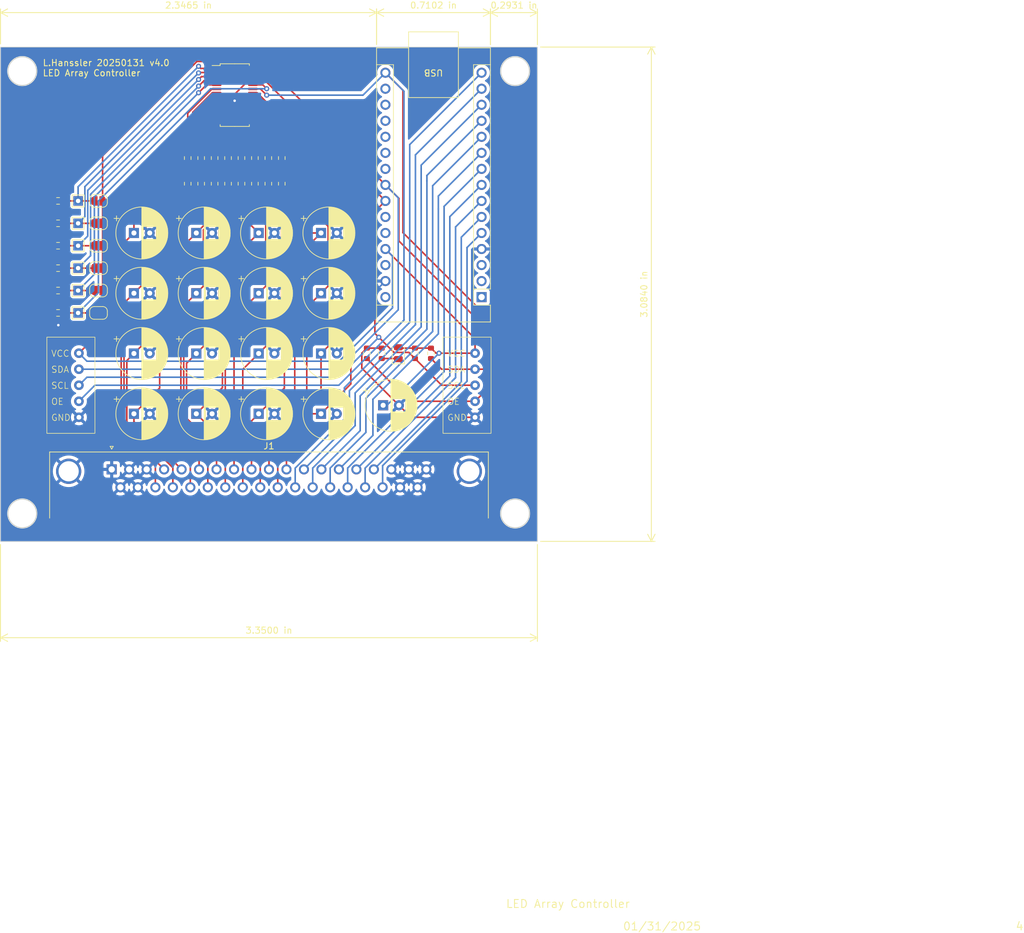
<source format=kicad_pcb>
(kicad_pcb (version 20221018) (generator pcbnew)
  (layers (0 "F.Cu" signal) (31 "B.Cu" signal) (34 "B.Paste" user) (35 "F.Paste" user) (36 "B.SilkS" user "B.Silkscreen") (37 "F.SilkS" user "F.Silkscreen") (38 "B.Mask" user) (39 "F.Mask" user) (44 "Edge.Cuts" user))
  (net 0 "")
  (net 2 "/P12")
  (net 4 "GND")
  (net 5 "/P6")
  (net 6 "/P7")
  (net 7 "/P8")
  (net 8 "/P9")
  (net 9 "/P10")
  (net 10 "/P11")
  (net 11 "/C0")
  (net 12 "/C1")
  (net 13 "/C2")
  (net 14 "/C3")
  (net 15 "/C4")
  (net 16 "/C5")
  (net 23 "/SDA")
  (net 24 "/SCL")
  (net 27 "VCC")
  (net 31 "/P2")
  (net 32 "/P3")
  (net 33 "/P4")
  (net 34 "/P5")
  (net 35 "/C6")
  (net 36 "/C7")
  (net 37 "/C8")
  (net 38 "/C9")
  (net 39 "/C10")
  (net 40 "/C11")
  (net 41 "/C12")
  (net 42 "/C13")
  (net 43 "/C14")
  (net 44 "/C15")
  (net 45 "Net-(U2-LED0)")
  (net 46 "Net-(U2-LED1)")
  (net 47 "Net-(U2-LED2)")
  (net 48 "Net-(U2-LED3)")
  (net 49 "Net-(U2-LED4)")
  (net 50 "Net-(U2-LED5)")
  (net 51 "Net-(U2-LED8)")
  (net 52 "Net-(U2-LED9)")
  (net 53 "Net-(LED1-K)")
  (net 54 "Net-(U2-LED10)")
  (net 55 "/A5")
  (net 56 "/A4")
  (net 57 "/A3")
  (net 58 "/A2")
  (net 59 "/A1")
  (net 60 "/A0")
  (net 61 "Net-(U2-LED11)")
  (net 62 "Net-(U2-LED12)")
  (net 63 "Net-(U2-LED13)")
  (net 64 "Net-(U2-LED14)")
  (net 65 "/OE")
  (net 66 "Net-(U2-LED15)")
  (net 67 "Net-(U2-LED6)")
  (net 68 "Net-(U2-LED7)")
  (footprint "TestPoint:TestPoint_THTPad_1.5x1.5mm_Drill0.7mm" (layer "F.Cu") (at 119.972381 88.755 180)
    (fp_text reference "TP3" hide)
    (fp_text value "TestPoint" hide)
  )
  (footprint "Capacitor_THT:CP_Radial_D8.0mm_P2.50mm" (layer "F.Cu") (at 148.588059 111.835)
    (fp_text reference "C2_11" hide)
    (fp_text value "0.1uF" hide)
  )
  (footprint "Resistor_SMD:R_0603_1608Metric" (layer "F.Cu") (at 116.797381 88.755)
    (fp_text reference "RG3" hide)
    (fp_text value "10K")
  )
  (footprint "Jumper:SolderJumper-2_P1.3mm_Open_RoundedPad1.0x1.5mm" (layer "F.Cu") (at 123.205 95.855 180)
    (fp_text reference "SJ5" hide)
    (fp_text value "SolderJumper_2_Open" hide)
  )
  (footprint "Connector_Dsub:DSUB-37_Male_Horizontal_P2.77x2.84mm_EdgePinOffset4.94mm_Housed_MountingHolesOffset7.48mm" (layer "F.Cu") (at 125.295 120.65)
    (fp_text reference "J1")
    (fp_text value "DC37_Plug_MountingHoles" hide)
  )
  (footprint "Capacitor_THT:CP_Radial_D8.0mm_P2.50mm" (layer "F.Cu") (at 158.471191 83.185)
    (fp_text reference "C2_12" hide)
    (fp_text value "0.1uF" hide)
  )
  (footprint "Resistor_SMD:R_0603_1608Metric" (layer "F.Cu") (at 165.735 102.255 90)
    (fp_text reference "ROE1" hide)
    (fp_text value locked "10K")
  )
  (footprint "TestPoint:TestPoint_THTPad_1.5x1.5mm_Drill0.7mm" (layer "F.Cu") (at 119.972381 78.105 180)
    (fp_text reference "TP0" hide)
    (fp_text value "TestPoint" hide)
  )
  (footprint "Capacitor_THT:CP_Radial_D8.0mm_P2.50mm" (layer "F.Cu") (at 128.821795 83.185)
    (fp_text reference "C2_0" hide)
    (fp_text value "0.1uF" hide)
  )
  (footprint "Module:Arduino_Nano" (layer "F.Cu") (at 183.915 93.345 180)
    (fp_text reference "A1" hide)
    (fp_text value "Arduino_Nano_Every")
  )
  (footprint "LED_SMD:LED_0805_2012Metric" (layer "F.Cu") (at 170.7225 102.235 90)
    (fp_text reference "LED1" hide)
    (fp_text value "LED")
  )
  (footprint "TestPoint:TestPoint_THTPad_1.5x1.5mm_Drill0.7mm" (layer "F.Cu") (at 119.972381 92.305 180)
    (fp_text reference "TP4" hide)
    (fp_text value "TestPoint" hide)
  )
  (footprint "Resistor_SMD:R_0603_1608Metric" (layer "F.Cu") (at 116.797381 85.205)
    (fp_text reference "RG2" hide)
    (fp_text value "10K")
  )
  (footprint "Capacitor_THT:CP_Radial_D8.0mm_P2.50mm" (layer "F.Cu") (at 148.588059 83.185)
    (fp_text reference "C2_8" hide)
    (fp_text value "0.1uF" hide)
  )
  (footprint "Capacitor_THT:CP_Radial_D8.0mm_P2.50mm" (layer "F.Cu") (at 148.588059 102.285)
    (fp_text reference "C2_10" hide)
    (fp_text value "0.1uF" hide)
  )
  (footprint "Resistor_SMD:R_0603_1608Metric" (layer "F.Cu") (at 116.797381 81.655)
    (fp_text reference "RG1" hide)
    (fp_text value "10K")
  )
  (footprint "Resistor_SMD:R_0603_1608Metric" (layer "F.Cu") (at 137.346144 75.375 -90)
    (fp_text reference "R1" hide)
    (fp_text value "1K" hide)
  )
  (footprint "TestPoint:TestPoint_THTPad_1.5x1.5mm_Drill0.7mm" (layer "F.Cu") (at 119.972381 95.855 180)
    (fp_text reference "TP5" hide)
    (fp_text value "TestPoint" hide)
  )
  (footprint "Capacitor_THT:CP_Radial_D8.0mm_P2.50mm" (layer "F.Cu") (at 128.821795 92.735)
    (fp_text reference "C2_1" hide)
    (fp_text value "0.1uF" hide)
  )
  (footprint "Resistor_SMD:R_0603_1608Metric" (layer "F.Cu") (at 143.734428 71.31 -90)
    (fp_text reference "R6" hide)
    (fp_text value "1K" hide)
  )
  (footprint "Resistor_SMD:R_0603_1608Metric" (layer "F.Cu") (at 141.605 75.375 -90)
    (fp_text reference "R5" hide)
    (fp_text value "1K" hide)
  )
  (footprint "Capacitor_THT:CP_Radial_D8.0mm_P2.50mm" (layer "F.Cu") (at 158.471191 102.285)
    (fp_text reference "C2_14" hide)
    (fp_text value "0.1uF" hide)
  )
  (footprint "Resistor_SMD:R_0603_1608Metric" (layer "F.Cu") (at 147.993284 75.375 -90)
    (fp_text reference "R11" hide)
    (fp_text value "1K" hide)
  )
  (footprint "Capacitor_THT:CP_Radial_D8.0mm_P2.50mm" (layer "F.Cu") (at 128.821795 102.285)
    (fp_text reference "C2_2" hide)
    (fp_text value "0.1uF" hide)
  )
  (footprint "Nano-Driver:Board_Connector" (layer "F.Cu") (at 182.88 107.315)
    (fp_text reference "U_Out1" hide)
    (fp_text value "~")
  )
  (footprint "Package_SO:TSSOP-28_4.4x9.7mm_P0.65mm" (layer "F.Cu") (at 144.799144 61.33)
    (fp_text reference "U2" hide)
    (fp_text value "PCA9685PW" hide)
  )
  (footprint "Resistor_SMD:R_0603_1608Metric" (layer "F.Cu") (at 137.346144 71.31 -90)
    (fp_text reference "R0" hide)
    (fp_text value "1K" hide)
  )
  (footprint "Resistor_SMD:R_0603_1608Metric" (layer "F.Cu") (at 116.797381 92.305)
    (fp_text reference "RG4" hide)
    (fp_text value "10K")
  )
  (footprint "Capacitor_THT:CP_Radial_D8.0mm_P2.50mm" (layer "F.Cu") (at 148.588059 92.735)
    (fp_text reference "C2_9" hide)
    (fp_text value "0.1uF" hide)
  )
  (footprint "Resistor_SMD:R_0603_1608Metric" (layer "F.Cu") (at 150.122712 75.375 -90)
    (fp_text reference "R13" hide)
    (fp_text value "1K" hide)
  )
  (footprint "Resistor_SMD:R_0603_1608Metric" (layer "F.Cu") (at 152.252144 71.31 -90)
    (fp_text reference "R14" hide)
    (fp_text value "1K" hide)
  )
  (footprint "Resistor_SMD:R_0603_1608Metric" (layer "F.Cu") (at 152.252144 75.375 -90)
    (fp_text reference "R15" hide)
    (fp_text value "1K" hide)
  )
  (footprint "Capacitor_THT:CP_Radial_D8.0mm_P2.50mm" (layer "F.Cu") (at 158.471191 92.735)
    (fp_text reference "C2_13" hide)
    (fp_text value "0.1uF" hide)
  )
  (footprint "Capacitor_THT:CP_Radial_D8.0mm_P2.50mm" (layer "F.Cu") (at 138.704927 111.835)
    (fp_text reference "C2_7" hide)
    (fp_text value "0.1uF" hide)
  )
  (footprint "TestPoint:TestPoint_THTPad_1.5x1.5mm_Drill0.7mm" (layer "F.Cu") (at 119.972381 81.655 180)
    (fp_text reference "TP1" hide)
    (fp_text value "TestPoint" hide)
  )
  (footprint "Capacitor_THT:CP_Radial_D8.0mm_P2.50mm" (layer "F.Cu") (at 168.315 110.49)
    (fp_text reference "C1" hide)
    (fp_text value "10uF")
  )
  (footprint "Capacitor_THT:CP_Radial_D8.0mm_P2.50mm" (layer "F.Cu") (at 138.704927 83.185)
    (fp_text reference "C2_4" hide)
    (fp_text value "0.1uF" hide)
  )
  (footprint "Resistor_SMD:R_0603_1608Metric" (layer "F.Cu") (at 116.797381 78.105)
    (fp_text reference "RG0" hide)
    (fp_text value "10K")
  )
  (footprint "Jumper:SolderJumper-2_P1.3mm_Open_RoundedPad1.0x1.5mm" (layer "F.Cu") (at 123.205 78.105 180)
    (fp_text reference "SJ0" hide)
    (fp_text value "SolderJumper_2_Open" hide)
  )
  (footprint "Capacitor_THT:CP_Radial_D8.0mm_P2.50mm" (layer "F.Cu") (at 158.471191 111.835)
    (fp_text reference "C2_15" hide)
    (fp_text value "0.1uF" hide)
  )
  (footprint "Resistor_SMD:R_0603_1608Metric" (layer "F.Cu") (at 168.09 102.255 90)
    (fp_text reference "RVCC1" hide)
    (fp_text value "470R")
  )
  (footprint "Nano-Driver:Board_Connector" (layer "F.Cu") (at 120.1 107.315)
    (fp_text reference "U_In1" hide)
    (fp_text value "~" hide)
  )
  (footprint "Capacitor_THT:CP_Radial_D8.0mm_P2.50mm" (layer "F.Cu") (at 138.704927 92.735)
    (fp_text reference "C2_5" hide)
    (fp_text value "0.1uF" hide)
  )
  (footprint "Resistor_SMD:R_0603_1608Metric" (layer "F.Cu") (at 141.605 71.31 -90)
    (fp_text reference "R4" hide)
    (fp_text value "1K" hide)
  )
  (footprint "Resistor_SMD:R_0603_1608Metric" (layer "F.Cu") (at 150.122712 71.31 -90)
    (fp_text reference "R12" hide)
    (fp_text value "1K" hide)
  )
  (footprint "Resistor_SMD:R_0603_1608Metric" (layer "F.Cu") (at 139.475572 75.375 -90)
    (fp_text reference "R3" hide)
    (fp_text value "1K" hide)
  )
  (footprint "Jumper:SolderJumper-2_P1.3mm_Open_RoundedPad1.0x1.5mm" (layer "F.Cu") (at 123.205 85.205 180)
    (fp_text reference "SJ2" hide)
    (fp_text value "SolderJumper_2_Open" hide)
  )
  (footprint "TestPoint:TestPoint_THTPad_1.5x1.5mm_Drill0.7mm" (layer "F.Cu") (at 119.972381 85.205 180)
    (fp_text reference "TP2" hide)
    (fp_text value "TestPoint" hide)
  )
  (footprint "Capacitor_THT:CP_Radial_D8.0mm_P2.50mm" (layer "F.Cu") (at 138.704927 102.285)
    (fp_text reference "C2_6" hide)
    (fp_text value "0.1uF" hide)
  )
  (footprint "Resistor_SMD:R_0603_1608Metric" (layer "F.Cu") (at 116.797381 95.855)
    (fp_text reference "RG5" hide)
    (fp_text value "10K")
  )
  (footprint "Resistor_SMD:R_0603_1608Metric" (layer "F.Cu") (at 175.895 102.255 90)
    (fp_text reference "R2SDA1" hide)
    (fp_text value "10K")
  )
  (footprint "Resistor_SMD:R_0603_1608Metric" (layer "F.Cu") (at 143.734428 75.375 -90)
    (fp_text reference "R7" hide)
    (fp_text value "1K" hide)
  )
  (footprint "Jumper:SolderJumper-2_P1.3mm_Open_RoundedPad1.0x1.5mm" (layer "F.Cu") (at 123.205 88.755 180)
    (fp_text reference "SJ3" hide)
    (fp_text value "SolderJumper_2_Open" hide)
  )
  (footprint "Resistor_SMD:R_0603_1608Metric" (layer "F.Cu") (at 147.993284 71.31 -90)
    (fp_text reference "R10" hide)
    (fp_text value "1K" hide)
  )
  (footprint "Jumper:SolderJumper-2_P1.3mm_Open_RoundedPad1.0x1.5mm" (layer "F.Cu") (at 123.205 92.305 180)
    (fp_text reference "SJ4" hide)
    (fp_text value "SolderJumper_2_Open" hide)
  )
  (footprint "Resistor_SMD:R_0603_1608Metric" (layer "F.Cu") (at 145.863856 75.375 -90)
    (fp_text reference "R9" hide)
    (fp_text value "1K" hide)
  )
  (footprint "Jumper:SolderJumper-2_P1.3mm_Open_RoundedPad1.0x1.5mm" (layer "F.Cu") (at 123.205 81.655 180)
    (fp_text reference "SJ1" hide)
    (fp_text value "SolderJumper_2_Open" hide)
  )
  (footprint "Resistor_SMD:R_0603_1608Metric" (layer "F.Cu") (at 139.475572 71.31 -90)
    (fp_text reference "R2" hide)
    (fp_text value "1K" hide)
  )
  (footprint "Resistor_SMD:R_0603_1608Metric" (layer "F.Cu") (at 145.863856 71.31 -90)
    (fp_text reference "R8" hide)
    (fp_text value "1K" hide)
  )
  (footprint "Capacitor_THT:CP_Radial_D8.0mm_P2.50mm" (layer "F.Cu") (at 128.821795 111.835)
    (fp_text reference "C2_3" hide)
    (fp_text value "0.1uF" hide)
  )
  (footprint "Resistor_SMD:R_0603_1608Metric" (layer "F.Cu") (at 173.355 102.255 90)
    (fp_text reference "R2SCL1" hide)
    (fp_text value "10K")
  )
  (gr_circle (center 111.125 127.635) (end 113.411 127.635) (stroke (width 0.2)) (fill none) (layer "Edge.Cuts"))
  (gr_circle (center 189.23 57.531) (end 191.516 57.531) (stroke (width 0.2)) (fill none) (layer "Edge.Cuts"))
  (gr_circle (center 189.23 127.635) (end 191.516 127.635) (stroke (width 0.2)) (fill none) (layer "Edge.Cuts"))
  (gr_rect (start 107.675 53.721) (end 192.765 132.08) (stroke (width 0.1)) (fill none) (layer "Edge.Cuts"))
  (gr_circle (center 111.125 57.531) (end 113.411 57.531) (stroke (width 0.2)) (fill none) (layer "Edge.Cuts"))
  (gr_text "01/31/2025" (at 206.248 193.802) (layer "F.SilkS") (effects (font (size 1.27 1.27)) (justify left bottom)))
  (gr_text "LED Array Controller" (at 187.706 190.246) (layer "F.SilkS") (effects (font (size 1.27 1.27)) (justify left bottom)))
  (gr_text "L.Hanssler 20250131 v4.0\nLED Array Controller" (at 114.3 58.42) (layer "F.SilkS") (effects (font (size 1 1)) (justify left bottom)))
  (gr_text "4" (at 268.478 193.802) (layer "F.SilkS") (effects (font (size 1.27 1.27)) (justify left bottom)))
  (dimension (type aligned) (layer "F.SilkS") (pts (xy 107.675 53.721) (xy 167.275 53.721)) (height -5.461) (gr_text "2.3465 in" (at 137.475 47.11) (layer "F.SilkS") (effects (font (size 1 1) (thickness 0.15)))) (format (prefix "") (suffix "") (units 0) (units_format 1) (precision 4)) (style (thickness 0.15) (arrow_length 1.27) (text_position_mode 0) (extension_height 0.58642) (extension_offset 0.5) keep_text_aligned))
  (dimension (type aligned) (layer "F.SilkS") (pts (xy 107.6706 132.0546) (xy 192.7606 132.0546)) (height 15.265399) (gr_text "3.3500 in" (at 150.2156 146.169999) (layer "F.SilkS") (effects (font (size 1 1) (thickness 0.15)))) (format (prefix "") (suffix "") (units 0) (units_format 1) (precision 4)) (style (thickness 0.15) (arrow_length 1.27) (text_position_mode 0) (extension_height 0.58642) (extension_offset 0.5) keep_text_aligned))
  (dimension (type aligned) (layer "F.SilkS") (pts (xy 185.315 53.845) (xy 192.7606 53.845)) (height -5.585) (gr_text "0.2931 in" (at 189.0378 47.11) (layer "F.SilkS") (effects (font (size 1 1) (thickness 0.15)))) (format (prefix "") (suffix "") (units 0) (units_format 1) (precision 4)) (style (thickness 0.15) (arrow_length 1.27) (text_position_mode 0) (extension_height 0.58642) (extension_offset 0.5) keep_text_aligned))
  (dimension (type aligned) (layer "F.SilkS") (pts (xy 192.765 53.721) (xy 192.765 132.0546)) (height -18.055) (gr_text "3.0840 in" (at 209.67 92.8878 90) (layer "F.SilkS") (effects (font (size 1 1) (thickness 0.15)))) (format (prefix "") (suffix "") (units 0) (units_format 1) (precision 4)) (style (thickness 0.15) (arrow_length 1.27) (text_position_mode 0) (extension_height 0.58642) (extension_offset 0.5) keep_text_aligned))
  (dimension (type aligned) (layer "F.SilkS") (pts (xy 167.275 53.845) (xy 185.315 53.845)) (height -5.585) (gr_text "0.7102 in" (at 176.295 47.11) (layer "F.SilkS") (effects (font (size 1 1) (thickness 0.15)))) (format (prefix "") (suffix "") (units 0) (units_format 1) (precision 4)) (style (thickness 0.15) (arrow_length 1.27) (text_position_mode 0) (extension_height 0.58642) (extension_offset 0.5) keep_text_aligned))
  (segment (start 162.177005 107.697995) (end 172.085 97.79) (width 0.25) (layer "B.Cu") (net 2))
  (segment (start 154.38 120.444009) (end 162.177005 112.647005) (width 0.25) (layer "B.Cu") (net 2))
  (segment (start 172.525383 97.349617) (end 172.085 97.79) (width 0.25) (layer "B.Cu") (net 2))
  (segment (start 154.38 123.49) (end 154.38 120.444009) (width 0.25) (layer "B.Cu") (net 2))
  (segment (start 183.915 57.785) (end 172.525383 69.174617) (width 0.25) (layer "B.Cu") (net 2))
  (segment (start 162.177005 112.647005) (end 162.177005 107.697995) (width 0.25) (layer "B.Cu") (net 2))
  (segment (start 172.525383 69.174617) (end 172.525383 97.349617) (width 0.25) (layer "B.Cu") (net 2))
  (segment (start 115.972381 78.105) (end 115.972381 81.655) (width 0.25) (layer "F.Cu") (net 4))
  (segment (start 165.735 101.43) (end 164.935 102.23) (width 0.25) (layer "F.Cu") (net 4))
  (segment (start 115.972381 96.922381) (end 116.84 97.79) (width 0.25) (layer "F.Cu") (net 4))
  (segment (start 164.935 102.23) (end 164.935 104.61) (width 0.25) (layer "F.Cu") (net 4))
  (segment (start 142.674143 65.555) (end 144.78 63.449143) (width 0.25) (layer "F.Cu") (net 4))
  (segment (start 172.72 112.395) (end 170.815 110.49) (width 0.25) (layer "F.Cu") (net 4))
  (segment (start 115.972381 92.305) (end 115.972381 95.855) (width 0.25) (layer "F.Cu") (net 4))
  (segment (start 144.78 62.23) (end 144.78 61.199145) (width 0.25) (layer "F.Cu") (net 4))
  (segment (start 115.972381 85.205) (end 115.972381 88.755) (width 0.25) (layer "F.Cu") (net 4))
  (segment (start 182.88 112.395) (end 172.72 112.395) (width 0.25) (layer "F.Cu") (net 4))
  (segment (start 115.972381 88.755) (end 115.972381 92.305) (width 0.25) (layer "F.Cu") (net 4))
  (segment (start 115.972381 95.855) (end 115.972381 96.922381) (width 0.25) (layer "F.Cu") (net 4))
  (segment (start 144.78 61.199145) (end 146.924145 59.055) (width 0.25) (layer "F.Cu") (net 4))
  (segment (start 141.936644 65.555) (end 142.674143 65.555) (width 0.25) (layer "F.Cu") (net 4))
  (segment (start 164.935 104.61) (end 170.815 110.49) (width 0.25) (layer "F.Cu") (net 4))
  (segment (start 115.972381 81.655) (end 115.972381 85.205) (width 0.25) (layer "F.Cu") (net 4))
  (segment (start 144.78 63.449143) (end 144.78 62.23) (width 0.25) (layer "F.Cu") (net 4))
  (segment (start 165.735 101.43) (end 168.09 101.43) (width 0.25) (layer "F.Cu") (net 4))
  (segment (start 146.924145 59.055) (end 147.661644 59.055) (width 0.25) (layer "F.Cu") (net 4))
  (via (at 116.84 97.79) (size 0.8) (drill 0.4) (layers "F.Cu" "B.Cu") (net 4))
  (via (at 144.78 62.23) (size 0.8) (drill 0.4) (layers "F.Cu" "B.Cu") (net 4))
  (segment (start 168.675 90.805) (end 160.971191 98.508809) (width 0.25) (layer "B.Cu") (net 4))
  (segment (start 160.971191 98.508809) (end 160.971191 102.285) (width 0.25) (layer "B.Cu") (net 4))
  (segment (start 162.69 123.49) (end 162.69 120.444009) (width 0.25) (layer "B.Cu") (net 5))
  (segment (start 183.915 73.025) (end 177.976149 78.963851) (width 0.25) (layer "B.Cu") (net 5))
  (segment (start 177.976149 78.963851) (end 177.976149 105.157859) (width 0.25) (layer "B.Cu") (net 5))
  (segment (start 162.69 120.444009) (end 177.762004 105.372004) (width 0.25) (layer "B.Cu") (net 5))
  (segment (start 177.976149 105.157859) (end 177.762004 105.372004) (width 0.25) (layer "B.Cu") (net 5))
  (segment (start 166.695 115.26) (end 166.695 109.53) (width 0.25) (layer "B.Cu") (net 6))
  (segment (start 161.305 120.65) (end 166.695 115.26) (width 0.25) (layer "B.Cu") (net 6))
  (segment (start 183.915 70.485) (end 177.067688 77.332312) (width 0.25) (layer "B.Cu") (net 6))
  (segment (start 177.067688 79.375) (end 177.067688 99.157312) (width 0.25) (layer "B.Cu") (net 6))
  (segment (start 166.695 109.53) (end 176.8475 99.3775) (width 0.25) (layer "B.Cu") (net 6))
  (segment (start 177.067688 77.332312) (end 177.067688 79.375) (width 0.25) (layer "B.Cu") (net 6))
  (segment (start 177.067688 99.157312) (end 176.8475 99.3775) (width 0.25) (layer "B.Cu") (net 6))
  (segment (start 176.159227 98.795773) (end 175.895 99.06) (width 0.25) (layer "B.Cu") (net 7))
  (segment (start 159.92 120.444009) (end 165.582004 114.782004) (width 0.25) (layer "B.Cu") (net 7))
  (segment (start 176.159227 75.700773) (end 176.159227 76.2) (width 0.25) (layer "B.Cu") (net 7))
  (segment (start 165.582004 109.372996) (end 175.895 99.06) (width 0.25) (layer "B.Cu") (net 7))
  (segment (start 165.582004 114.782004) (end 165.582004 109.372996) (width 0.25) (layer "B.Cu") (net 7))
  (segment (start 183.915 67.945) (end 176.159227 75.700773) (width 0.25) (layer "B.Cu") (net 7))
  (segment (start 176.159227 76.2) (end 176.159227 98.795773) (width 0.25) (layer "B.Cu") (net 7))
  (segment (start 159.92 123.49) (end 159.92 120.444009) (width 0.25) (layer "B.Cu") (net 7))
  (segment (start 175.250766 98.434234) (end 174.625 99.06) (width 0.25) (layer "B.Cu") (net 8))
  (segment (start 158.535 120.65) (end 164.675 114.51) (width 0.25) (layer "B.Cu") (net 8))
  (segment (start 164.675 114.51) (end 164.675 109.01) (width 0.25) (layer "B.Cu") (net 8))
  (segment (start 183.915 65.405) (end 175.250766 74.069234) (width 0.25) (layer "B.Cu") (net 8))
  (segment (start 175.250766 74.069234) (end 175.250766 74.93) (width 0.25) (layer "B.Cu") (net 8))
  (segment (start 175.250766 74.93) (end 175.250766 98.434234) (width 0.25) (layer "B.Cu") (net 8))
  (segment (start 164.675 109.01) (end 174.625 99.06) (width 0.25) (layer "B.Cu") (net 8))
  (segment (start 174.342305 73.025) (end 174.342305 98.072695) (width 0.25) (layer "B.Cu") (net 9))
  (segment (start 157.15 123.49) (end 157.15 120.444009) (width 0.25) (layer "B.Cu") (net 9))
  (segment (start 174.342305 72.437695) (end 174.342305 73.025) (width 0.25) (layer "B.Cu") (net 9))
  (segment (start 174.342305 98.072695) (end 173.99 98.425) (width 0.25) (layer "B.Cu") (net 9))
  (segment (start 163.879505 113.714505) (end 163.879505 108.535495) (width 0.25) (layer "B.Cu") (net 9))
  (segment (start 183.915 62.865) (end 174.342305 72.437695) (width 0.25) (layer "B.Cu") (net 9))
  (segment (start 157.15 120.444009) (end 163.879505 113.714505) (width 0.25) (layer "B.Cu") (net 9))
  (segment (start 163.879505 108.535495) (end 173.99 98.425) (width 0.25) (layer "B.Cu") (net 9))
  (segment (start 183.915 60.325) (end 173.433844 70.806156) (width 0.25) (layer "B.Cu") (net 10))
  (segment (start 155.765 120.65) (end 162.9725 113.4425) (width 0.25) (layer "B.Cu") (net 10))
  (segment (start 162.9725 108.1725) (end 173.0375 98.1075) (width 0.25) (layer "B.Cu") (net 10))
  (segment (start 173.433844 70.806156) (end 173.433844 97.711156) (width 0.25) (layer "B.Cu") (net 10))
  (segment (start 173.433844 97.711156) (end 173.0375 98.1075) (width 0.25) (layer "B.Cu") (net 10))
  (segment (start 162.9725 113.4425) (end 162.9725 108.1725) (width 0.25) (layer "B.Cu") (net 10))
  (segment (start 128.821795 80.659349) (end 137.346144 72.135) (width 0.25) (layer "F.Cu") (net 11))
  (segment (start 132.22 120.155) (end 132.22 123.49) (width 0.25) (layer "F.Cu") (net 11))
  (segment (start 128.821795 83.185) (end 128.821795 80.659349) (width 0.25) (layer "F.Cu") (net 11))
  (segment (start 128.821795 83.185) (end 126.796795 85.21) (width 0.25) (layer "F.Cu") (net 11))
  (segment (start 126.796795 114.731795) (end 132.22 120.155) (width 0.25) (layer "F.Cu") (net 11))
  (segment (start 126.796795 85.21) (end 126.796795 114.731795) (width 0.25) (layer "F.Cu") (net 11))
  (segment (start 128.821795 92.735) (end 127.246795 94.31) (width 0.25) (layer "F.Cu") (net 12))
  (segment (start 127.246795 114.291795) (end 133.605 120.65) (width 0.25) (layer "F.Cu") (net 12))
  (segment (start 128.821795 92.735) (end 130.196795 91.36) (width 0.25) (layer "F.Cu") (net 12))
  (segment (start 136.715804 76.2) (end 137.346144 76.2) (width 0.25) (layer "F.Cu") (net 12))
  (segment (start 127.246795 94.31) (end 127.246795 114.291795) (width 0.25) (layer "F.Cu") (net 12))
  (segment (start 130.196795 82.719009) (end 136.715804 76.2) (width 0.25) (layer "F.Cu") (net 12))
  (segment (start 130.196795 91.36) (end 130.196795 82.719009) (width 0.25) (layer "F.Cu") (net 12))
  (segment (start 138.675572 76.093576) (end 138.675572 72.935) (width 0.25) (layer "F.Cu") (net 13))
  (segment (start 138.675572 72.935) (end 139.475572 72.135) (width 0.25) (layer "F.Cu") (net 13))
  (segment (start 132.446795 98.66) (end 132.446795 82.322353) (width 0.25) (layer "F.Cu") (net 13))
  (segment (start 128.821795 102.285) (end 127.696795 103.41) (width 0.25) (layer "F.Cu") (net 13))
  (segment (start 128.821795 102.285) (end 132.446795 98.66) (width 0.25) (layer "F.Cu") (net 13))
  (segment (start 127.696795 113.096795) (end 134.99 120.39) (width 0.25) (layer "F.Cu") (net 13))
  (segment (start 132.446795 82.322353) (end 138.675572 76.093576) (width 0.25) (layer "F.Cu") (net 13))
  (segment (start 127.696795 103.41) (end 127.696795 113.096795) (width 0.25) (layer "F.Cu") (net 13))
  (segment (start 134.99 120.39) (end 134.99 123.49) (width 0.25) (layer "F.Cu") (net 13))
  (segment (start 128.821795 113.096795) (end 136.375 120.65) (width 0.25) (layer "F.Cu") (net 14))
  (segment (start 128.821795 111.835) (end 128.821795 113.096795) (width 0.25) (layer "F.Cu") (net 14))
  (segment (start 132.896795 107.76) (end 132.896795 82.778777) (width 0.25) (layer "F.Cu") (net 14))
  (segment (start 128.821795 111.835) (end 132.896795 107.76) (width 0.25) (layer "F.Cu") (net 14))
  (segment (start 132.896795 82.778777) (end 139.475572 76.2) (width 0.25) (layer "F.Cu") (net 14))
  (segment (start 138.704927 83.185) (end 140.805 81.084927) (width 0.25) (layer "F.Cu") (net 15))
  (segment (start 140.805 72.935) (end 141.605 72.135) (width 0.25) (layer "F.Cu") (net 15))
  (segment (start 136.26 85.629927) (end 138.704927 83.185) (width 0.25) (layer "F.Cu") (net 15))
  (segment (start 137.76 114.412865) (end 136.26 112.912865) (width 0.25) (layer "F.Cu") (net 15))
  (segment (start 136.26 112.912865) (end 136.26 85.629927) (width 0.25) (layer "F.Cu") (net 15))
  (segment (start 140.805 81.084927) (end 140.805 72.935) (width 0.25) (layer "F.Cu") (net 15))
  (segment (start 137.76 123.49) (end 137.76 114.412865) (width 0.25) (layer "F.Cu") (net 15))
  (segment (start 139.829927 91.61) (end 139.829927 82.696396) (width 0.25) (layer "F.Cu") (net 16))
  (segment (start 139.145 120.65) (end 139.145 115.161469) (width 0.25) (layer "F.Cu") (net 16))
  (segment (start 136.71 94.729927) (end 138.704927 92.735) (width 0.25) (layer "F.Cu") (net 16))
  (segment (start 139.145 115.161469) (end 136.71 112.726469) (width 0.25) (layer "F.Cu") (net 16))
  (segment (start 138.704927 92.735) (end 139.829927 91.61) (width 0.25) (layer "F.Cu") (net 16))
  (segment (start 141.605 80.921323) (end 141.605 76.2) (width 0.25) (layer "F.Cu") (net 16))
  (segment (start 139.829927 82.696396) (end 141.605 80.921323) (width 0.25) (layer "F.Cu") (net 16))
  (segment (start 136.71 112.726469) (end 136.71 94.729927) (width 0.25) (layer "F.Cu") (net 16))
  (segment (start 150.865 57.755) (end 168.675 75.565) (width 0.25) (layer "F.Cu") (net 23))
  (segment (start 185.42 103.505) (end 185.42 99.06) (width 0.25) (layer "F.Cu") (net 23))
  (segment (start 185.42 99.06) (end 170.815 84.455) (width 0.25) (layer "F.Cu") (net 23))
  (segment (start 170.815 77.705) (end 168.675 75.565) (width 0.25) (layer "F.Cu") (net 23))
  (segment (start 177.59 104.775) (end 175.895 103.08) (width 0.25) (layer "F.Cu") (net 23))
  (segment (start 182.88 104.775) (end 177.59 104.775) (width 0.25) (layer "F.Cu") (net 23))
  (segment (start 182.88 104.775) (end 184.15 104.775) (width 0.25) (layer "F.Cu") (net 23))
  (segment (start 147.661644 57.755) (end 150.865 57.755) (width 0.25) (layer "F.Cu") (net 23))
  (segment (start 170.815 84.455) (end 170.815 77.705) (width 0.25) (layer "F.Cu") (net 23))
  (segment (start 184.15 104.775) (end 185.42 103.505) (width 0.25) (layer "F.Cu") (net 23))
  (segment (start 161.29 104.775) (end 170.708461 95.356539) (width 0.25) (layer "B.Cu") (net 23))
  (segment (start 120.1 104.775) (end 161.29 104.775) (width 0.25) (layer "B.Cu") (net 23))
  (segment (start 170.708461 77.598461) (end 168.675 75.565) (width 0.25) (layer "B.Cu") (net 23))
  (segment (start 170.708461 95.356539) (end 170.708461 77.598461) (width 0.25) (layer "B.Cu") (net 23))
  (segment (start 182.88 107.315) (end 177.59 107.315) (width 0.25) (layer "F.Cu") (net 24))
  (segment (start 167.005 99.091088) (end 167.005 79.775) (width 0.25) (layer "F.Cu") (net 24))
  (segment (start 177.59 107.315) (end 173.355 103.08) (width 0.25) (layer "F.Cu") (net 24))
  (segment (start 147.661644 58.405) (end 148.975 58.405) (width 0.25) (layer "F.Cu") (net 24))
  (segment (start 172.385 102.11) (end 170.023912 102.11) (width 0.25) (layer "F.Cu") (net 24))
  (segment (start 167.624456 99.710544) (end 167.005 99.091088) (width 0.25) (layer "F.Cu") (net 24))
  (segment (start 167.005 79.775) (end 168.675 78.105) (width 0.25) (layer "F.Cu") (net 24))
  (segment (start 148.975 58.405) (end 168.675 78.105) (width 0.25) (layer "F.Cu") (net 24))
  (segment (start 170.023912 102.11) (end 167.624456 99.710544) (width 0.25) (layer "F.Cu") (net 24))
  (segment (start 173.355 103.08) (end 172.385 102.11) (width 0.25) (layer "F.Cu") (net 24))
  (via (at 167.624456 99.710544) (size 0.8) (drill 0.4) (layers "F.Cu" "B.Cu") (net 24))
  (segment (start 120.1 107.315) (end 121.37 106.045) (width 0.25) (layer "B.Cu") (net 24))
  (segment (start 121.37 106.045) (end 161.29 106.045) (width 0.25) (layer "B.Cu") (net 24))
  (segment (start 161.29 106.045) (end 167.624456 99.710544) (width 0.25) (layer "B.Cu") (net 24))
  (segment (start 175.895 101.43) (end 173.355 101.43) (width 0.25) (layer "F.Cu") (net 27))
  (segment (start 123.855 81.655) (end 123.855 85.205) (width 0.25) (layer "F.Cu") (net 27))
  (segment (start 123.855 95.855) (end 123.855 98.48) (width 0.25) (layer "F.Cu") (net 27))
  (segment (start 123.855 85.205) (end 123.855 88.755) (width 0.25) (layer "F.Cu") (net 27))
  (segment (start 146.563644 56.007) (end 147.661644 57.105) (width 0.25) (layer "F.Cu") (net 27))
  (segment (start 168.675 85.725) (end 182.88 99.93) (width 0.25) (layer "F.Cu") (net 27))
  (segment (start 177.165 102.235) (end 176.7 102.235) (width 0.25) (layer "F.Cu") (net 27))
  (segment (start 173.355 101.43) (end 170.855 101.43) (width 0.25) (layer "F.Cu") (net 27))
  (segment (start 170.855 101.43) (end 170.7225 101.2975) (width 0.25) (layer "F.Cu") (net 27))
  (segment (start 182.88 102.235) (end 177.165 102.235) (width 0.25) (layer "F.Cu") (net 27))
  (segment (start 176.7 102.235) (end 175.895 101.43) (width 0.25) (layer "F.Cu") (net 27))
  (segment (start 123.855 70.953695) (end 138.801695 56.007) (width 0.25) (layer "F.Cu") (net 27))
  (segment (start 123.855 78.105) (end 123.855 81.655) (width 0.25) (layer "F.Cu") (net 27))
  (segment (start 123.855 98.48) (end 120.1 102.235) (width 0.25) (layer "F.Cu") (net 27))
  (segment (start 138.801695 56.007) (end 146.563644 56.007) (width 0.25) (layer "F.Cu") (net 27))
  (segment (start 123.855 92.305) (end 123.855 95.855) (width 0.25) (layer "F.Cu") (net 27))
  (segment (start 123.855 78.105) (end 123.855 70.953695) (width 0.25) (layer "F.Cu") (net 27))
  (segment (start 182.88 99.93) (end 182.88 102.235) (width 0.25) (layer "F.Cu") (net 27))
  (segment (start 123.855 88.755) (end 123.855 92.305) (width 0.25) (layer "F.Cu") (net 27))
  (via (at 177.165 102.235) (size 0.8) (drill 0.4) (layers "F.Cu" "B.Cu") (net 27))
  (segment (start 120.1 102.235) (end 121.37 103.505) (width 0.25) (layer "B.Cu") (net 27))
  (segment (start 169.8 86.85) (end 168.675 85.725) (width 0.25) (layer "B.Cu") (net 27))
  (segment (start 121.37 103.505) (end 161.342182 103.505) (width 0.25) (layer "B.Cu") (net 27))
  (segment (start 168.91 110.49) (end 177.165 102.235) (width 0.25) (layer "B.Cu") (net 27))
  (segment (start 161.342182 103.505) (end 169.8 95.047182) (width 0.25) (layer "B.Cu") (net 27))
  (segment (start 168.315 110.49) (end 168.91 110.49) (width 0.25) (layer "B.Cu") (net 27))
  (segment (start 169.8 95.047182) (end 169.8 86.85) (width 0.25) (layer "B.Cu") (net 27))
  (segment (start 181.61 106.68) (end 181.61 85.49) (width 0.25) (layer "B.Cu") (net 31))
  (segment (start 181.61 85.49) (end 183.915 83.185) (width 0.25) (layer "B.Cu") (net 31))
  (segment (start 168.23 123.49) (end 168.23 120.06) (width 0.25) (layer "B.Cu") (net 31))
  (segment (start 168.23 120.06) (end 181.61 106.68) (width 0.25) (layer "B.Cu") (net 31))
  (segment (start 166.845 120.65) (end 180.701532 106.793468) (width 0.25) (layer "B.Cu") (net 32))
  (segment (start 181.175 83.385) (end 183.915 80.645) (width 0.25) (layer "B.Cu") (net 32))
  (segment (start 180.701532 83.858468) (end 181.175 83.385) (width 0.25) (layer "B.Cu") (net 32))
  (segment (start 180.701532 106.793468) (end 180.701532 83.858468) (width 0.25) (layer "B.Cu") (net 32))
  (segment (start 165.46 123.49) (end 165.46 120.444009) (width 0.25) (layer "B.Cu") (net 33))
  (segment (start 165.46 120.444009) (end 179.464504 106.439504) (width 0.25) (layer "B.Cu") (net 33))
  (segment (start 179.464504 106.439504) (end 179.793071 106.110937) (width 0.25) (layer "B.Cu") (net 33))
  (segment (start 180.8575 81.1625) (end 183.915 78.105) (width 0.25) (layer "B.Cu") (net 33))
  (segment (start 179.464504 106.439504) (end 179.705 106.199009) (width 0.25) (layer "B.Cu") (net 33))
  (segment (start 179.793071 106.110937) (end 179.793071 82.226929) (width 0.25) (layer "B.Cu") (net 33))
  (segment (start 179.793071 82.226929) (end 180.8575 81.1625) (width 0.25) (layer "B.Cu") (net 33))
  (segment (start 164.075 120.65) (end 178.88461 105.84039) (width 0.25) (layer "B.Cu") (net 34))
  (segment (start 178.88461 80.59539) (end 183.915 75.565) (width 0.25) (layer "B.Cu") (net 34))
  (segment (start 178.88461 105.84039) (end 178.88461 80.59539) (width 0.25) (layer "B.Cu") (net 34))
  (segment (start 142.934428 76.140572) (end 142.934428 72.935) (width 0.25) (layer "F.Cu") (net 35))
  (segment (start 137.16 103.829927) (end 138.704927 102.285) (width 0.25) (layer "F.Cu") (net 35))
  (segment (start 137.16 112.540073) (end 137.16 103.829927) (width 0.25) (layer "F.Cu") (net 35))
  (segment (start 142.329927 76.745073) (end 142.934428 76.140572) (width 0.25) (layer "F.Cu") (net 35))
  (segment (start 142.329927 98.66) (end 142.329927 76.745073) (width 0.25) (layer "F.Cu") (net 35))
  (segment (start 142.934428 72.935) (end 143.734428 72.135) (width 0.25) (layer "F.Cu") (net 35))
  (segment (start 140.53 123.49) (end 140.53 115.910073) (width 0.25) (layer "F.Cu") (net 35))
  (segment (start 138.704927 102.285) (end 142.329927 98.66) (width 0.25) (layer "F.Cu") (net 35))
  (segment (start 140.53 115.910073) (end 137.16 112.540073) (width 0.25) (layer "F.Cu") (net 35))
  (segment (start 142.85 107.689927) (end 142.85 77.084428) (width 0.25) (layer "F.Cu") (net 36))
  (segment (start 138.704927 111.835) (end 142.85 107.689927) (width 0.25) (layer "F.Cu") (net 36))
  (segment (start 142.85 77.084428) (end 143.734428 76.2) (width 0.25) (layer "F.Cu") (net 36))
  (segment (start 141.915 120.65) (end 141.915 115.045073) (width 0.25) (layer "F.Cu") (net 36))
  (segment (start 141.915 115.045073) (end 138.704927 111.835) (width 0.25) (layer "F.Cu") (net 36))
  (segment (start 143.3 123.49) (end 143.3 88.473059) (width 0.25) (layer "F.Cu") (net 37))
  (segment (start 143.3 88.473059) (end 148.588059 83.185) (width 0.25) (layer "F.Cu") (net 37))
  (segment (start 145.063856 79.660797) (end 145.063856 72.935) (width 0.25) (layer "F.Cu") (net 37))
  (segment (start 145.063856 72.935) (end 145.863856 72.135) (width 0.25) (layer "F.Cu") (net 37))
  (segment (start 148.588059 83.185) (end 145.063856 79.660797) (width 0.25) (layer "F.Cu") (net 37))
  (segment (start 149.713059 80.049203) (end 145.863856 76.2) (width 0.25) (layer "F.Cu") (net 38))
  (segment (start 149.713059 91.61) (end 149.713059 80.049203) (width 0.25) (layer "F.Cu") (net 38))
  (segment (start 148.588059 92.735) (end 149.713059 91.61) (width 0.25) (layer "F.Cu") (net 38))
  (segment (start 144.685 120.65) (end 144.685 96.638059) (width 0.25) (layer "F.Cu") (net 38))
  (segment (start 144.685 96.638059) (end 148.588059 92.735) (width 0.25) (layer "F.Cu") (net 38))
  (segment (start 148.588059 102.285) (end 152.213059 98.66) (width 0.25) (layer "F.Cu") (net 39))
  (segment (start 152.213059 81.642779) (end 147.193284 76.623004) (width 0.25) (layer "F.Cu") (net 39))
  (segment (start 146.07 123.49) (end 146.07 104.803059) (width 0.25) (layer "F.Cu") (net 39))
  (segment (start 152.213059 98.66) (end 152.213059 81.642779) (width 0.25) (layer "F.Cu") (net 39))
  (segment (start 146.07 104.803059) (end 148.588059 102.285) (width 0.25) (layer "F.Cu") (net 39))
  (segment (start 147.193284 76.623004) (end 147.193284 72.935) (width 0.25) (layer "F.Cu") (net 39))
  (segment (start 147.193284 72.935) (end 147.993284 72.135) (width 0.25) (layer "F.Cu") (net 39))
  (segment (start 152.663059 80.869775) (end 147.993284 76.2) (width 0.25) (layer "F.Cu") (net 40))
  (segment (start 147.455 120.65) (end 147.455 112.968059) (width 0.25) (layer "F.Cu") (net 40))
  (segment (start 148.588059 111.835) (end 152.663059 107.76) (width 0.25) (layer "F.Cu") (net 40))
  (segment (start 152.663059 107.76) (end 152.663059 80.869775) (width 0.25) (layer "F.Cu") (net 40))
  (segment (start 147.455 112.968059) (end 148.588059 111.835) (width 0.25) (layer "F.Cu") (net 40))
  (segment (start 149.322712 76.623004) (end 149.322712 72.935) (width 0.25) (layer "F.Cu") (net 41))
  (segment (start 155.884708 83.185) (end 149.322712 76.623004) (width 0.25) (layer "F.Cu") (net 41))
  (segment (start 149.322712 72.935) (end 150.122712 72.135) (width 0.25) (layer "F.Cu") (net 41))
  (segment (start 148.84 123.49) (end 148.84 117.220812) (width 0.25) (layer "F.Cu") (net 41))
  (segment (start 158.471191 83.185) (end 155.884708 83.185) (width 0.25) (layer "F.Cu") (net 41))
  (segment (start 154.302906 111.757906) (end 154.302906 87.353285) (width 0.25) (layer "F.Cu") (net 41))
  (segment (start 148.84 117.220812) (end 154.302906 111.757906) (width 0.25) (layer "F.Cu") (net 41))
  (segment (start 154.302906 87.353285) (end 158.471191 83.185) (width 0.25) (layer "F.Cu") (net 41))
  (segment (start 151.84341 77.920698) (end 150.122712 76.2) (width 0.25) (layer "F.Cu") (net 42))
  (segment (start 156.21 110.487208) (end 156.21 94.996191) (width 0.25) (layer "F.Cu") (net 42))
  (segment (start 150.225 116.472208) (end 156.21 110.487208) (width 0.25) (layer "F.Cu") (net 42))
  (segment (start 156.21 94.996191) (end 158.471191 92.735) (width 0.25) (layer "F.Cu") (net 42))
  (segment (start 159.596191 82.126191) (end 155.390698 77.920698) (width 0.25) (layer "F.Cu") (net 42))
  (segment (start 158.471191 92.735) (end 159.596191 91.61) (width 0.25) (layer "F.Cu") (net 42))
  (segment (start 150.225 120.65) (end 150.225 116.472208) (width 0.25) (layer "F.Cu") (net 42))
  (segment (start 159.596191 91.61) (end 159.596191 82.126191) (width 0.25) (layer "F.Cu") (net 42))
  (segment (start 155.390698 77.920698) (end 151.84341 77.920698) (width 0.25) (layer "F.Cu") (net 42))
  (segment (start 158.471191 108.862413) (end 158.471191 102.285) (width 0.25) (layer "F.Cu") (net 43))
  (segment (start 151.452144 76.623004) (end 152.299838 77.470698) (width 0.25) (layer "F.Cu") (net 43))
  (segment (start 162.56 81.916396) (end 162.56 98.196191) (width 0.25) (layer "F.Cu") (net 43))
  (segment (start 152.252144 72.135) (end 151.452144 72.935) (width 0.25) (layer "F.Cu") (net 43))
  (segment (start 151.61 123.49) (end 151.61 115.723604) (width 0.25) (layer "F.Cu") (net 43))
  (segment (start 162.56 98.196191) (end 158.471191 102.285) (width 0.25) (layer "F.Cu") (net 43))
  (segment (start 152.299838 77.470698) (end 158.114302 77.470698) (width 0.25) (layer "F.Cu") (net 43))
  (segment (start 151.452144 72.935) (end 151.452144 76.623004) (width 0.25) (layer "F.Cu") (net 43))
  (segment (start 158.114302 77.470698) (end 162.56 81.916396) (width 0.25) (layer "F.Cu") (net 43))
  (segment (start 151.61 115.723604) (end 158.471191 108.862413) (width 0.25) (layer "F.Cu") (net 43))
  (segment (start 157.48 76.2) (end 152.252144 76.2) (width 0.25) (layer "F.Cu") (net 44))
  (segment (start 163.195 107.111191) (end 163.195 81.915) (width 0.25) (layer "F.Cu") (net 44))
  (segment (start 156.135 111.835) (end 152.995 114.975) (width 0.25) (layer "F.Cu") (net 44))
  (segment (start 158.471191 111.835) (end 163.195 107.111191) (width 0.25) (layer "F.Cu") (net 44))
  (segment (start 158.471191 111.835) (end 156.135 111.835) (width 0.25) (layer "F.Cu") (net 44))
  (segment (start 152.995 114.975) (end 152.995 120.65) (width 0.25) (layer "F.Cu") (net 44))
  (segment (start 163.195 81.915) (end 157.48 76.2) (width 0.25) (layer "F.Cu") (net 44))
  (segment (start 137.346144 70.485) (end 137.346144 64.208001) (width 0.25) (layer "F.Cu") (net 45))
  (segment (start 141.199145 60.355) (end 141.936644 60.355) (width 0.25) (layer "F.Cu") (net 45))
  (segment (start 137.346144 64.208001) (end 141.199145 60.355) (width 0.25) (layer "F.Cu") (net 45))
  (segment (start 137.346144 74.55) (end 138.146144 73.75) (width 0.25) (layer "F.Cu") (net 46))
  (segment (start 138.146144 73.75) (end 138.146144 64.058001) (width 0.25) (layer "F.Cu") (net 46))
  (segment (start 138.146144 64.058001) (end 141.199145 61.005) (width 0.25) (layer "F.Cu") (net 46))
  (segment (start 141.199145 61.005) (end 141.936644 61.005) (width 0.25) (layer "F.Cu") (net 46))
  (segment (start 138.624144 66.876124) (end 138.624144 64.243605) (width 0.25) (layer "F.Cu") (net 47))
  (segment (start 139.475572 70.485) (end 139.475572 67.727552) (width 0.25) (layer "F.Cu") (net 47))
  (segment (start 141.212749 61.655) (end 141.936644 61.655) (width 0.25) (layer "F.Cu") (net 47))
  (segment (start 138.624144 64.243605) (end 141.212749 61.655) (width 0.25) (layer "F.Cu") (net 47))
  (segment (start 139.475572 67.727552) (end 138.624144 66.876124) (width 0.25) (layer "F.Cu") (net 47))
  (segment (start 139.475572 74.55) (end 140.332208 73.693364) (width 0.25) (layer "F.Cu") (net 48))
  (segment (start 140.332208 67.947792) (end 139.074144 66.689728) (width 0.25) (layer "F.Cu") (net 48))
  (segment (start 141.199145 62.305) (end 141.936644 62.305) (width 0.25) (layer "F.Cu") (net 48))
  (segment (start 139.074144 64.430001) (end 141.199145 62.305) (width 0.25) (layer "F.Cu") (net 48))
  (segment (start 140.332208 73.693364) (end 140.332208 67.947792) (width 0.25) (layer "F.Cu") (net 48))
  (segment (start 139.074144 66.689728) (end 139.074144 64.430001) (width 0.25) (layer "F.Cu") (net 48))
  (segment (start 139.524144 64.670813) (end 141.239957 62.955) (width 0.25) (layer "F.Cu") (net 49))
  (segment (start 141.605 70.485) (end 141.605 68.584188) (width 0.25) (layer "F.Cu") (net 49))
  (segment (start 141.605 68.584188) (end 139.524144 66.503332) (width 0.25) (layer "F.Cu") (net 49))
  (segment (start 139.524144 66.503332) (end 139.524144 64.670813) (width 0.25) (layer "F.Cu") (net 49))
  (segment (start 141.239957 62.955) (end 141.936644 62.955) (width 0.25) (layer "F.Cu") (net 49))
  (segment (start 141.226353 63.605) (end 141.936644 63.605) (width 0.25) (layer "F.Cu") (net 50))
  (segment (start 141.605 74.55) (end 142.405 73.75) (width 0.25) (layer "F.Cu") (net 50))
  (segment (start 142.405 68.747792) (end 139.974144 66.316936) (width 0.25) (layer "F.Cu") (net 50))
  (segment (start 139.974144 64.857209) (end 141.226353 63.605) (width 0.25) (layer "F.Cu") (net 50))
  (segment (start 142.405 73.75) (end 142.405 68.747792) (width 0.25) (layer "F.Cu") (net 50))
  (segment (start 139.974144 66.316936) (end 139.974144 64.857209) (width 0.25) (layer "F.Cu") (net 50))
  (segment (start 145.863856 67.352788) (end 147.661644 65.555) (width 0.25) (layer "F.Cu") (net 51))
  (segment (start 145.863856 70.485) (end 145.863856 67.352788) (width 0.25) (layer "F.Cu") (net 51))
  (segment (start 145.863856 73.358004) (end 146.93152 72.29034) (width 0.25) (layer "F.Cu") (net 52))
  (segment (start 148.724144 65.230001) (end 148.399143 64.905) (width 0.25) (layer "F.Cu") (net 52))
  (segment (start 145.863856 74.55) (end 145.863856 73.358004) (width 0.25) (layer "F.Cu") (net 52))
  (segment (start 146.93152 72.29034) (end 146.93152 67.626436) (width 0.25) (layer "F.Cu") (net 52))
  (segment (start 146.93152 67.626436) (end 148.724144 65.833812) (width 0.25) (layer "F.Cu") (net 52))
  (segment (start 148.399143 64.905) (end 147.661644 64.905) (width 0.25) (layer "F.Cu") (net 52))
  (segment (start 148.724144 65.833812) (end 148.724144 65.230001) (width 0.25) (layer "F.Cu") (net 52))
  (segment (start 168.09 103.08) (end 170.63 103.08) (width 0.25) (layer "F.Cu") (net 53))
  (segment (start 170.63 103.08) (end 170.7225 103.1725) (width 0.25) (layer "F.Cu") (net 53))
  (segment (start 147.993284 70.485) (end 147.993284 67.201068) (width 0.25) (layer "F.Cu") (net 54))
  (segment (start 147.993284 67.201068) (end 149.174144 66.020208) (width 0.25) (layer "F.Cu") (net 54))
  (segment (start 149.174144 65.043605) (end 148.385539 64.255) (width 0.25) (layer "F.Cu") (net 54))
  (segment (start 149.174144 66.020208) (end 149.174144 65.043605) (width 0.25) (layer "F.Cu") (net 54))
  (segment (start 148.385539 64.255) (end 147.661644 64.255) (width 0.25) (layer "F.Cu") (net 54))
  (segment (start 117.622381 95.855) (end 119.972381 95.855) (width 0.25) (layer "F.Cu") (net 55))
  (segment (start 119.972381 95.855) (end 122.555 95.855) (width 0.25) (layer "F.Cu") (net 55))
  (segment (start 149.24 59.705) (end 149.86 60.325) (width 0.25) (layer "F.Cu") (net 55))
  (segment (start 147.661644 59.705) (end 149.24 59.705) (width 0.25) (layer "F.Cu") (net 55))
  (via (at 149.86 60.325) (size 0.8) (drill 0.4) (layers "F.Cu" "B.Cu") (net 55))
  (segment (start 140.97 60.325) (end 149.86 60.325) (width 0.25) (layer "B.Cu") (net 55))
  (segment (start 123.19 92.637381) (end 123.19 78.105) (width 0.25) (layer "B.Cu") (net 55))
  (segment (start 119.972381 95.855) (end 123.19 92.637381) (width 0.25) (layer "B.Cu") (net 55))
  (segment (start 140.97 60.325) (end 123.19 78.105) (width 0.25) (layer "B.Cu") (net 55))
  (segment (start 119.972381 92.305) (end 122.555 92.305) (width 0.25) (layer "F.Cu") (net 56))
  (segment (start 117.622381 92.305) (end 119.972381 92.305) (width 0.25) (layer "F.Cu") (net 56))
  (segment (start 140.32 59.705) (end 139.065 60.96) (width 0.25) (layer "F.Cu") (net 56))
  (segment (start 141.936644 59.705) (end 140.32 59.705) (width 0.25) (layer "F.Cu") (net 56))
  (via (at 139.065 60.96) (size 0.8) (drill 0.4) (layers "F.Cu" "B.Cu") (net 56))
  (segment (start 122.555 89.722381) (end 122.555 77.47) (width 0.25) (layer "B.Cu") (net 56))
  (segment (start 139.065 60.96) (end 122.555 77.47) (width 0.25) (layer "B.Cu") (net 56))
  (segment (start 119.972381 92.305) (end 122.555 89.722381) (width 0.25) (layer "B.Cu") (net 56))
  (segment (start 139.92225 59.055) (end 139.065 59.91225) (width 0.25) (layer "F.Cu") (net 57))
  (segment (start 119.972381 88.755) (end 122.555 88.755) (width 0.25) (layer "F.Cu") (net 57))
  (segment (start 117.622381 88.755) (end 119.972381 88.755) (width 0.25) (layer "F.Cu") (net 57))
  (segment (start 141.936644 59.055) (end 139.92225 59.055) (width 0.25) (layer "F.Cu") (net 57))
  (via (at 139.065 59.91225) (size 0.8) (drill 0.4) (layers "F.Cu" "B.Cu") (net 57))
  (segment (start 139.065 59.934695) (end 139.065 59.91225) (width 0.25) (layer "B.Cu") (net 57))
  (segment (start 121.947381 86.78) (end 119.972381 88.755) (width 0.25) (layer "B.Cu") (net 57))
  (segment (start 121.947381 77.052314) (end 139.065 59.934695) (width 0.25) (layer "B.Cu") (net 57))
  (segment (start 121.947381 77.052314) (end 121.947381 86.78) (width 0.25) (layer "B.Cu") (net 57))
  (segment (start 139.5245 58.405) (end 139.065 58.8645) (width 0.25) (layer "F.Cu") (net 58))
  (segment (start 119.972381 85.205) (end 122.555 85.205) (width 0.25) (layer "F.Cu") (net 58))
  (segment (start 117.622381 85.205) (end 119.972381 85.205) (width 0.25) (layer "F.Cu") (net 58))
  (segment (start 141.936644 58.405) (end 139.5245 58.405) (width 0.25) (layer "F.Cu") (net 58))
  (via (at 139.065 58.8645) (size 0.8) (drill 0.4) (layers "F.Cu" "B.Cu") (net 58))
  (segment (start 121.497381 76.432119) (end 139.065 58.8645) (width 0.25) (layer "B.Cu") (net 58))
  (segment (start 121.497381 83.68) (end 121.497381 76.432119) (width 0.25) (layer "B.Cu") (net 58))
  (segment (start 119.972381 85.205) (end 121.497381 83.68) (width 0.25) (layer "B.Cu") (net 58))
  (segment (start 139.12675 57.755) (end 139.065 57.81675) (width 0.25) (layer "F.Cu") (net 59))
  (segment (start 141.936644 57.755) (end 139.12675 57.755) (width 0.25) (layer "F.Cu") (net 59))
  (segment (start 119.972381 81.655) (end 122.555 81.655) (width 0.25) (layer "F.Cu") (net 59))
  (segment (start 117.622381 81.655) (end 119.972381 81.655) (width 0.25) (layer "F.Cu") (net 59))
  (via (at 139.065 57.81675) (size 0.8) (drill 0.4) (layers "F.Cu" "B.Cu") (net 59))
  (segment (start 121.047381 75.834369) (end 121.047381 80.58) (width 0.25) (layer "B.Cu") (net 59))
  (segment (start 121.047381 80.58) (end 119.972381 81.655) (width 0.25) (layer "B.Cu") (net 59))
  (segment (start 139.065 57.81675) (end 121.047381 75.834369) (width 0.25) (layer "B.Cu") (net 59))
  (segment (start 117.622381 78.105) (end 119.972381 78.105) (width 0.25) (layer "F.Cu") (net 60))
  (segment (start 119.972381 78.105) (end 122.555 78.105) (width 0.25) (layer "F.Cu") (net 60))
  (segment (start 141.936644 57.105) (end 139.401 57.105) (width 0.25) (layer "F.Cu") (net 60))
  (segment (start 139.401 57.105) (end 139.065 56.769) (width 0.25) (layer "F.Cu") (net 60))
  (via (at 139.065 56.769) (size 0.8) (drill 0.4) (layers "F.Cu" "B.Cu") (net 60))
  (segment (start 119.972381 75.861619) (end 119.972381 78.105) (width 0.25) (layer "B.Cu") (net 60))
  (segment (start 139.065 56.769) (end 119.972381 75.861619) (width 0.25) (layer "B.Cu") (net 60))
  (segment (start 148.872874 73.67041) (end 147.993284 74.55) (width 0.25) (layer "F.Cu") (net 61))
  (segment (start 149.624144 64.830001) (end 149.624144 66.206604) (width 0.25) (layer "F.Cu") (net 61))
  (segment (start 149.624144 66.206604) (end 148.872874 66.957874) (width 0.25) (layer "F.Cu") (net 61))
  (segment (start 148.872874 66.957874) (end 148.872874 73.67041) (width 0.25) (layer "F.Cu") (net 61))
  (segment (start 148.399143 63.605) (end 149.624144 64.830001) (width 0.25) (layer "F.Cu") (net 61))
  (segment (start 147.661644 63.605) (end 148.399143 63.605) (width 0.25) (layer "F.Cu") (net 61))
  (segment (start 150.122712 64.678569) (end 148.399143 62.955) (width 0.25) (layer "F.Cu") (net 62))
  (segment (start 148.399143 62.955) (end 147.661644 62.955) (width 0.25) (layer "F.Cu") (net 62))
  (segment (start 150.122712 70.485) (end 150.122712 64.678569) (width 0.25) (layer "F.Cu") (net 62))
  (segment (start 150.122712 74.55) (end 150.922712 73.75) (width 0.25) (layer "F.Cu") (net 63))
  (segment (start 150.922712 73.75) (end 150.922712 64.828569) (width 0.25) (layer "F.Cu") (net 63))
  (segment (start 150.922712 64.828569) (end 148.399143 62.305) (width 0.25) (layer "F.Cu") (net 63))
  (segment (start 148.399143 62.305) (end 147.661644 62.305) (width 0.25) (layer "F.Cu") (net 63))
  (segment (start 152.252144 65.508001) (end 148.399143 61.655) (width 0.25) (layer "F.Cu") (net 64))
  (segment (start 148.399143 61.655) (end 147.661644 61.655) (width 0.25) (layer "F.Cu") (net 64))
  (segment (start 152.252144 70.485) (end 152.252144 65.508001) (width 0.25) (layer "F.Cu") (net 64))
  (segment (start 172.51 109.855) (end 165.735 103.08) (width 0.25) (layer "F.Cu") (net 65))
  (segment (start 147.661644 60.355) (end 148.864695 60.355) (width 0.25) (layer "F.Cu") (net 65))
  (segment (start 171.45 60.56) (end 171.45 83.13) (width 0.25) (layer "F.Cu") (net 65))
  (segment (start 186.69 98.37) (end 186.69 106.045) (width 0.25) (layer "F.Cu") (net 65))
  (segment (start 171.45 83.13) (end 186.69 98.37) (width 0.25) (layer "F.Cu") (net 65))
  (segment (start 149.850695 61.341) (end 149.86 61.341) (width 0.25) (layer "F.Cu") (net 65))
  (segment (start 168.675 57.785) (end 171.45 60.56) (width 0.25) (layer "F.Cu") (net 65))
  (segment (start 186.69 106.045) (end 182.88 109.855) (width 0.25) (layer "F.Cu") (net 65))
  (segment (start 148.864695 60.355) (end 149.850695 61.341) (width 0.25) (layer "F.Cu") (net 65))
  (segment (start 182.88 109.855) (end 172.51 109.855) (width 0.25) (layer "F.Cu") (net 65))
  (via (at 149.86 61.341) (size 0.8) (drill 0.4) (layers "F.Cu" "B.Cu") (net 65))
  (segment (start 120.1 109.855) (end 122.64 107.315) (width 0.25) (layer "B.Cu") (net 65))
  (segment (start 171.616922 96.988078) (end 171.45 97.155) (width 0.25) (layer "B.Cu") (net 65))
  (segment (start 171.616922 60.726922) (end 171.616922 96.988078) (width 0.25) (layer "B.Cu") (net 65))
  (segment (start 161.29 107.315) (end 171.45 97.155) (width 0.25) (layer "B.Cu") (net 65))
  (segment (start 122.64 107.315) (end 161.29 107.315) (width 0.25) (layer "B.Cu") (net 65))
  (segment (start 149.86 61.341) (end 165.119 61.341) (width 0.25) (layer "B.Cu") (net 65))
  (segment (start 168.675 57.785) (end 171.616922 60.726922) (width 0.25) (layer "B.Cu") (net 65))
  (segment (start 165.119 61.341) (end 168.675 57.785) (width 0.25) (layer "B.Cu") (net 65))
  (segment (start 152.252144 74.55) (end 153.052144 73.75) (width 0.25) (layer "F.Cu") (net 66))
  (segment (start 148.385539 61.005) (end 147.661644 61.005) (width 0.25) (layer "F.Cu") (net 66))
  (segment (start 153.052144 65.671605) (end 148.385539 61.005) (width 0.25) (layer "F.Cu") (net 66))
  (segment (start 153.052144 73.75) (end 153.052144 65.671605) (width 0.25) (layer "F.Cu") (net 66))
  (segment (start 141.212749 64.255) (end 141.936644 64.255) (width 0.25) (layer "F.Cu") (net 67))
  (segment (start 143.734428 70.485) (end 143.734428 69.440824) (width 0.25) (layer "F.Cu") (net 67))
  (segment (start 140.424144 66.13054) (end 140.424144 65.043605) (width 0.25) (layer "F.Cu") (net 67))
  (segment (start 140.424144 65.043605) (end 141.212749 64.255) (width 0.25) (layer "F.Cu") (net 67))
  (segment (start 143.734428 69.440824) (end 140.424144 66.13054) (width 0.25) (layer "F.Cu") (net 67))
  (segment (start 140.874144 65.230001) (end 140.874144 65.944144) (width 0.25) (layer "F.Cu") (net 68))
  (segment (start 140.874144 65.944144) (end 144.534428 69.604428) (width 0.25) (layer "F.Cu") (net 68))
  (segment (start 141.936644 64.905) (end 141.199145 64.905) (width 0.25) (layer "F.Cu") (net 68))
  (segment (start 141.199145 64.905) (end 140.874144 65.230001) (width 0.25) (layer "F.Cu") (net 68))
  (segment (start 144.534428 73.75) (end 143.734428 74.55) (width 0.25) (layer "F.Cu") (net 68))
  (segment (start 144.534428 69.604428) (end 144.534428 73.75) (width 0.25) (layer "F.Cu") (net 68))
  (zone (net 4) (net_name "GND") (layer "B.Cu") (connect_pads (clearance 0.5)) (min_thickness 0.25) (fill yes (thermal_gap 0.5) (thermal_bridge_width 0.5))
    (polygon (pts (xy 107.6706 53.721) (xy 107.6706 132.0546) (xy 192.7606 132.0546) (xy 192.7606 53.721)))
  )
)
</source>
